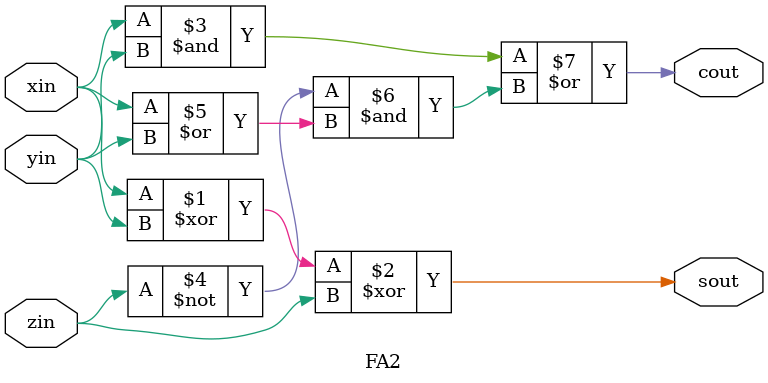
<source format=v>
`timescale 1ns/10ps
module FA2(// input
             xin, 
             yin, 
             zin, 
           
            // output  
             sout, 
             cout
            );
    
   input   xin;  
   input   yin;
   input   zin; 
   
   output  sout;  
   output  cout;

  // sum result
   assign sout = xin ^ yin ^ zin;

  // carry result 
   assign cout = xin & yin | ~zin & (xin | yin);

endmodule
</source>
